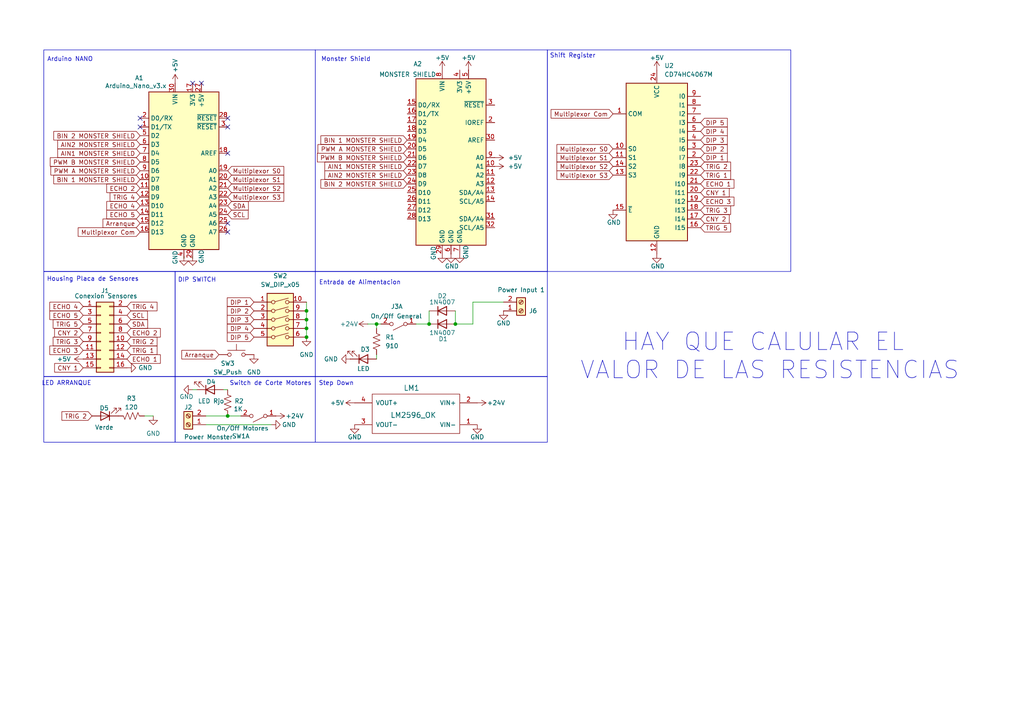
<source format=kicad_sch>
(kicad_sch (version 20231120) (generator "eeschema") (generator_version "8.0")
  (paper "A4")
  (lib_symbols
    (symbol "74xx:CD74HC4067M"
      (property "Reference" "U" (at -8.89 22.86 0))
      (property "Value" "CD74HC4067M" (at 1.27 22.86 0))
      (symbol "CD74HC4067M_0_1"
        (rectangle (start -8.89 21.59) (end 8.89 -24.13) (stroke (width 0.254)) (fill (type background)))
      )
      (symbol "CD74HC4067M_1_1"
        (pin passive line (at -12.7 12.7 0) (length 3.81) (name "COM") (number "1"))
        (pin input line (at -12.7 2.54 0) (length 3.81) (name "S0") (number "10"))
        (pin input line (at -12.7 0 0) (length 3.81) (name "S1") (number "11"))
        (pin power_in line (at 0 -27.94 90) (length 3.81) (name "GND") (number "12"))
        (pin input line (at -12.7 -5.08 0) (length 3.81) (name "S3") (number "13"))
        (pin input line (at -12.7 -2.54 0) (length 3.81) (name "S2") (number "14"))
        (pin input line (at -12.7 -15.24 0) (length 3.81) (name "~{E}") (number "15"))
        (pin passive line (at 12.7 -20.32 180) (length 3.81) (name "I15") (number "16"))
        (pin passive line (at 12.7 -17.78 180) (length 3.81) (name "I14") (number "17"))
        (pin passive line (at 12.7 -15.24 180) (length 3.81) (name "I13") (number "18"))
        (pin passive line (at 12.7 -12.7 180) (length 3.81) (name "I12") (number "19"))
        (pin passive line (at 12.7 0 180) (length 3.81) (name "I7") (number "2"))
        (pin passive line (at 12.7 -10.16 180) (length 3.81) (name "I11") (number "20"))
        (pin passive line (at 12.7 -7.62 180) (length 3.81) (name "I10") (number "21"))
        (pin passive line (at 12.7 -5.08 180) (length 3.81) (name "I9") (number "22"))
        (pin passive line (at 12.7 -2.54 180) (length 3.81) (name "I8") (number "23"))
        (pin power_in line (at 0 25.4 270) (length 3.81) (name "VCC") (number "24"))
        (pin passive line (at 12.7 2.54 180) (length 3.81) (name "I6") (number "3"))
        (pin passive line (at 12.7 5.08 180) (length 3.81) (name "I5") (number "4"))
        (pin passive line (at 12.7 7.62 180) (length 3.81) (name "I4") (number "5"))
        (pin passive line (at 12.7 10.16 180) (length 3.81) (name "I3") (number "6"))
        (pin passive line (at 12.7 12.7 180) (length 3.81) (name "I2") (number "7"))
        (pin passive line (at 12.7 15.24 180) (length 3.81) (name "I1") (number "8"))
        (pin passive line (at 12.7 17.78 180) (length 3.81) (name "I0") (number "9"))
      )
    )
    (symbol "Connector:Screw_Terminal_01x02" (pin_names (offset 1.016) hide)
      (property "Reference" "J" (at 0 2.54 0))
      (property "Value" "Screw_Terminal_01x02" (at 0 -5.08 0))
      (symbol "Screw_Terminal_01x02_1_1"
        (rectangle (start -1.27 1.27) (end 1.27 -3.81) (stroke (width 0.254)) (fill (type background)))
        (circle (center 0 -2.54) (radius 0.635) (stroke (width 0.1524)))
        (polyline (pts (xy -0.5334 -2.2098) (xy 0.3302 -3.048)) (stroke (width 0.1524)))
        (polyline (pts (xy -0.5334 0.3302) (xy 0.3302 -0.508)) (stroke (width 0.1524)))
        (polyline (pts (xy -0.3556 -2.032) (xy 0.508 -2.8702)) (stroke (width 0.1524)))
        (polyline (pts (xy -0.3556 0.508) (xy 0.508 -0.3302)) (stroke (width 0.1524)))
        (circle (center 0 0) (radius 0.635) (stroke (width 0.1524)))
        (pin passive line (at -5.08 0 0) (length 3.81) (name "Pin_1") (number "1"))
        (pin passive line (at -5.08 -2.54 0) (length 3.81) (name "Pin_2") (number "2"))
      )
    )
    (symbol "Connector_Generic:Conn_02x08_Odd_Even" (pin_names (offset 1.016) hide)
      (property "Reference" "J" (at 1.27 10.16 0))
      (property "Value" "Conn_02x08_Odd_Even" (at 1.27 -12.7 0))
      (symbol "Conn_02x08_Odd_Even_1_1"
        (rectangle (start -1.27 -10.033) (end 0 -10.287) (stroke (width 0.1524)))
        (rectangle (start -1.27 -7.493) (end 0 -7.747) (stroke (width 0.1524)))
        (rectangle (start -1.27 -4.953) (end 0 -5.207) (stroke (width 0.1524)))
        (rectangle (start -1.27 -2.413) (end 0 -2.667) (stroke (width 0.1524)))
        (rectangle (start -1.27 0.127) (end 0 -0.127) (stroke (width 0.1524)))
        (rectangle (start -1.27 2.667) (end 0 2.413) (stroke (width 0.1524)))
        (rectangle (start -1.27 5.207) (end 0 4.953) (stroke (width 0.1524)))
        (rectangle (start -1.27 7.747) (end 0 7.493) (stroke (width 0.1524)))
        (rectangle (start -1.27 8.89) (end 3.81 -11.43) (stroke (width 0.254)) (fill (type background)))
        (rectangle (start 3.81 -10.033) (end 2.54 -10.287) (stroke (width 0.1524)))
        (rectangle (start 3.81 -7.493) (end 2.54 -7.747) (stroke (width 0.1524)))
        (rectangle (start 3.81 -4.953) (end 2.54 -5.207) (stroke (width 0.1524)))
        (rectangle (start 3.81 -2.413) (end 2.54 -2.667) (stroke (width 0.1524)))
        (rectangle (start 3.81 0.127) (end 2.54 -0.127) (stroke (width 0.1524)))
        (rectangle (start 3.81 2.667) (end 2.54 2.413) (stroke (width 0.1524)))
        (rectangle (start 3.81 5.207) (end 2.54 4.953) (stroke (width 0.1524)))
        (rectangle (start 3.81 7.747) (end 2.54 7.493) (stroke (width 0.1524)))
        (pin passive line (at -5.08 7.62 0) (length 3.81) (name "Pin_1") (number "1"))
        (pin passive line (at 7.62 -2.54 180) (length 3.81) (name "Pin_10") (number "10"))
        (pin passive line (at -5.08 -5.08 0) (length 3.81) (name "Pin_11") (number "11"))
        (pin passive line (at 7.62 -5.08 180) (length 3.81) (name "Pin_12") (number "12"))
        (pin passive line (at -5.08 -7.62 0) (length 3.81) (name "Pin_13") (number "13"))
        (pin passive line (at 7.62 -7.62 180) (length 3.81) (name "Pin_14") (number "14"))
        (pin passive line (at -5.08 -10.16 0) (length 3.81) (name "Pin_15") (number "15"))
        (pin passive line (at 7.62 -10.16 180) (length 3.81) (name "Pin_16") (number "16"))
        (pin passive line (at 7.62 7.62 180) (length 3.81) (name "Pin_2") (number "2"))
        (pin passive line (at -5.08 5.08 0) (length 3.81) (name "Pin_3") (number "3"))
        (pin passive line (at 7.62 5.08 180) (length 3.81) (name "Pin_4") (number "4"))
        (pin passive line (at -5.08 2.54 0) (length 3.81) (name "Pin_5") (number "5"))
        (pin passive line (at 7.62 2.54 180) (length 3.81) (name "Pin_6") (number "6"))
        (pin passive line (at -5.08 0 0) (length 3.81) (name "Pin_7") (number "7"))
        (pin passive line (at 7.62 0 180) (length 3.81) (name "Pin_8") (number "8"))
        (pin passive line (at -5.08 -2.54 0) (length 3.81) (name "Pin_9") (number "9"))
      )
    )
    (symbol "Device:LED" (pin_numbers hide) (pin_names (offset 1.016) hide)
      (property "Reference" "D" (at 0 2.54 0))
      (property "Value" "LED" (at 0 -2.54 0))
      (symbol "LED_0_1"
        (polyline (pts (xy -1.27 -1.27) (xy -1.27 1.27)) (stroke (width 0.254)))
        (polyline (pts (xy -1.27 0) (xy 1.27 0)))
        (polyline (pts (xy 1.27 -1.27) (xy 1.27 1.27) (xy -1.27 0) (xy 1.27 -1.27)) (stroke (width 0.254)))
        (polyline (pts (xy -3.048 -0.762) (xy -4.572 -2.286) (xy -3.81 -2.286) (xy -4.572 -2.286) (xy -4.572 -1.524)))
        (polyline (pts (xy -1.778 -0.762) (xy -3.302 -2.286) (xy -2.54 -2.286) (xy -3.302 -2.286) (xy -3.302 -1.524)))
      )
      (symbol "LED_1_1"
        (pin passive line (at -3.81 0 0) (length 2.54) (name "K") (number "1"))
        (pin passive line (at 3.81 0 180) (length 2.54) (name "A") (number "2"))
      )
    )
    (symbol "Device:R_US" (pin_numbers hide) (pin_names (offset 0))
      (property "Reference" "R" (at 2.54 0 90))
      (property "Value" "R_US" (at -2.54 0 90))
      (symbol "R_US_0_1"
        (polyline (pts (xy 0 -2.286) (xy 0 -2.54)))
        (polyline (pts (xy 0 2.286) (xy 0 2.54)))
        (polyline (pts (xy 0 -0.762) (xy 1.016 -1.143) (xy 0 -1.524) (xy -1.016 -1.905) (xy 0 -2.286)))
        (polyline (pts (xy 0 0.762) (xy 1.016 0.381) (xy 0 0) (xy -1.016 -0.381) (xy 0 -0.762)))
        (polyline (pts (xy 0 2.286) (xy 1.016 1.905) (xy 0 1.524) (xy -1.016 1.143) (xy 0 0.762)))
      )
      (symbol "R_US_1_1"
        (pin passive line (at 0 3.81 270) (length 1.27) (name "~") (number "1"))
        (pin passive line (at 0 -3.81 90) (length 1.27) (name "~") (number "2"))
      )
    )
    (symbol "Diode:1N4007" (pin_numbers hide) (pin_names hide)
      (property "Reference" "D" (at 0 2.54 0))
      (property "Value" "1N4007" (at 0 -2.54 0))
      (symbol "1N4007_0_1"
        (polyline (pts (xy -1.27 1.27) (xy -1.27 -1.27)) (stroke (width 0.254)))
        (polyline (pts (xy 1.27 0) (xy -1.27 0)))
        (polyline (pts (xy 1.27 1.27) (xy 1.27 -1.27) (xy -1.27 0) (xy 1.27 1.27)) (stroke (width 0.254)))
      )
      (symbol "1N4007_1_1"
        (pin passive line (at -3.81 0 0) (length 2.54) (name "K") (number "1"))
        (pin passive line (at 3.81 0 180) (length 2.54) (name "A") (number "2"))
      )
    )
    (symbol "LM2596:LM2596_OK" (pin_names (offset 1.016))
      (property "Reference" "LM1" (at 7.366 -1.524 90))
      (property "Value" "LM2596_OK" (at 4.572 -1.27 90))
      (symbol "LM2596_OK_0_1"
        (rectangle (start -8.89 11.43) (end 2.54 -13.97))
      )
      (symbol "LM2596_OK_1_1"
        (pin input line (at 0 -19.05 90) (length 5.08) (name "VIN-") (number "1"))
        (pin input line (at -6.35 -19.05 90) (length 5.08) (name "VIN+") (number "2"))
        (pin input line (at 0 16.51 270) (length 5.08) (name "VOUT-") (number "3"))
        (pin input line (at -6.35 16.51 270) (length 5.08) (name "VOUT+") (number "4"))
      )
    )
    (symbol "MCU_Module:Arduino_Nano_v3.x"
      (property "Reference" "A" (at -10.16 23.495 0))
      (property "Value" "Arduino_Nano_v3.x" (at 5.08 -24.13 0))
      (symbol "Arduino_Nano_v3.x_0_1"
        (rectangle (start -10.16 22.86) (end 10.16 -22.86) (stroke (width 0.254)) (fill (type background)))
      )
      (symbol "Arduino_Nano_v3.x_1_1"
        (pin bidirectional line (at -12.7 12.7 0) (length 2.54) (name "D1/TX") (number "1"))
        (pin bidirectional line (at -12.7 -2.54 0) (length 2.54) (name "D7") (number "10"))
        (pin bidirectional line (at -12.7 -5.08 0) (length 2.54) (name "D8") (number "11"))
        (pin bidirectional line (at -12.7 -7.62 0) (length 2.54) (name "D9") (number "12"))
        (pin bidirectional line (at -12.7 -10.16 0) (length 2.54) (name "D10") (number "13"))
        (pin bidirectional line (at -12.7 -12.7 0) (length 2.54) (name "D11") (number "14"))
        (pin bidirectional line (at -12.7 -15.24 0) (length 2.54) (name "D12") (number "15"))
        (pin bidirectional line (at -12.7 -17.78 0) (length 2.54) (name "D13") (number "16"))
        (pin power_out line (at 2.54 25.4 270) (length 2.54) (name "3V3") (number "17"))
        (pin input line (at 12.7 5.08 180) (length 2.54) (name "AREF") (number "18"))
        (pin bidirectional line (at 12.7 0 180) (length 2.54) (name "A0") (number "19"))
        (pin bidirectional line (at -12.7 15.24 0) (length 2.54) (name "D0/RX") (number "2"))
        (pin bidirectional line (at 12.7 -2.54 180) (length 2.54) (name "A1") (number "20"))
        (pin bidirectional line (at 12.7 -5.08 180) (length 2.54) (name "A2") (number "21"))
        (pin bidirectional line (at 12.7 -7.62 180) (length 2.54) (name "A3") (number "22"))
        (pin bidirectional line (at 12.7 -10.16 180) (length 2.54) (name "A4") (number "23"))
        (pin bidirectional line (at 12.7 -12.7 180) (length 2.54) (name "A5") (number "24"))
        (pin bidirectional line (at 12.7 -15.24 180) (length 2.54) (name "A6") (number "25"))
        (pin bidirectional line (at 12.7 -17.78 180) (length 2.54) (name "A7") (number "26"))
        (pin power_out line (at 5.08 25.4 270) (length 2.54) (name "+5V") (number "27"))
        (pin input line (at 12.7 15.24 180) (length 2.54) (name "~{RESET}") (number "28"))
        (pin power_in line (at 2.54 -25.4 90) (length 2.54) (name "GND") (number "29"))
        (pin input line (at 12.7 12.7 180) (length 2.54) (name "~{RESET}") (number "3"))
        (pin power_in line (at -2.54 25.4 270) (length 2.54) (name "VIN") (number "30"))
        (pin power_in line (at 0 -25.4 90) (length 2.54) (name "GND") (number "4"))
        (pin bidirectional line (at -12.7 10.16 0) (length 2.54) (name "D2") (number "5"))
        (pin bidirectional line (at -12.7 7.62 0) (length 2.54) (name "D3") (number "6"))
        (pin bidirectional line (at -12.7 5.08 0) (length 2.54) (name "D4") (number "7"))
        (pin bidirectional line (at -12.7 2.54 0) (length 2.54) (name "D5") (number "8"))
        (pin bidirectional line (at -12.7 0 0) (length 2.54) (name "D6") (number "9"))
      )
    )
    (symbol "MCU_Module:Arduino_UNO_R3"
      (property "Reference" "A" (at -10.16 23.495 0))
      (property "Value" "Arduino_UNO_R3" (at 5.08 -26.67 0))
      (symbol "Arduino_UNO_R3_0_1"
        (rectangle (start -10.16 22.86) (end 10.16 -25.4) (stroke (width 0.254)) (fill (type background)))
      )
      (symbol "Arduino_UNO_R3_1_1"
        (pin no_connect line (at -10.16 -20.32 0) (length 2.54) hide (name "NC") (number "1"))
        (pin bidirectional line (at 12.7 -2.54 180) (length 2.54) (name "A1") (number "10"))
        (pin bidirectional line (at 12.7 -5.08 180) (length 2.54) (name "A2") (number "11"))
        (pin bidirectional line (at 12.7 -7.62 180) (length 2.54) (name "A3") (number "12"))
        (pin bidirectional line (at 12.7 -10.16 180) (length 2.54) (name "SDA/A4") (number "13"))
        (pin bidirectional line (at 12.7 -12.7 180) (length 2.54) (name "SCL/A5") (number "14"))
        (pin bidirectional line (at -12.7 15.24 0) (length 2.54) (name "D0/RX") (number "15"))
        (pin bidirectional line (at -12.7 12.7 0) (length 2.54) (name "D1/TX") (number "16"))
        (pin bidirectional line (at -12.7 10.16 0) (length 2.54) (name "D2") (number "17"))
        (pin bidirectional line (at -12.7 7.62 0) (length 2.54) (name "D3") (number "18"))
        (pin bidirectional line (at -12.7 5.08 0) (length 2.54) (name "D4") (number "19"))
        (pin output line (at 12.7 10.16 180) (length 2.54) (name "IOREF") (number "2"))
        (pin bidirectional line (at -12.7 2.54 0) (length 2.54) (name "D5") (number "20"))
        (pin bidirectional line (at -12.7 0 0) (length 2.54) (name "D6") (number "21"))
        (pin bidirectional line (at -12.7 -2.54 0) (length 2.54) (name "D7") (number "22"))
        (pin bidirectional line (at -12.7 -5.08 0) (length 2.54) (name "D8") (number "23"))
        (pin bidirectional line (at -12.7 -7.62 0) (length 2.54) (name "D9") (number "24"))
        (pin bidirectional line (at -12.7 -10.16 0) (length 2.54) (name "D10") (number "25"))
        (pin bidirectional line (at -12.7 -12.7 0) (length 2.54) (name "D11") (number "26"))
        (pin bidirectional line (at -12.7 -15.24 0) (length 2.54) (name "D12") (number "27"))
        (pin bidirectional line (at -12.7 -17.78 0) (length 2.54) (name "D13") (number "28"))
        (pin power_in line (at -2.54 -27.94 90) (length 2.54) (name "GND") (number "29"))
        (pin input line (at 12.7 15.24 180) (length 2.54) (name "~{RESET}") (number "3"))
        (pin input line (at 12.7 5.08 180) (length 2.54) (name "AREF") (number "30"))
        (pin bidirectional line (at 12.7 -17.78 180) (length 2.54) (name "SDA/A4") (number "31"))
        (pin bidirectional line (at 12.7 -20.32 180) (length 2.54) (name "SCL/A5") (number "32"))
        (pin power_out line (at 2.54 25.4 270) (length 2.54) (name "3V3") (number "4"))
        (pin power_out line (at 5.08 25.4 270) (length 2.54) (name "+5V") (number "5"))
        (pin power_in line (at 0 -27.94 90) (length 2.54) (name "GND") (number "6"))
        (pin power_in line (at 2.54 -27.94 90) (length 2.54) (name "GND") (number "7"))
        (pin power_in line (at -2.54 25.4 270) (length 2.54) (name "VIN") (number "8"))
        (pin bidirectional line (at 12.7 0 180) (length 2.54) (name "A0") (number "9"))
      )
    )
    (symbol "Switch:SW_DIP_x05" (pin_names (offset 0) hide)
      (property "Reference" "SW" (at 0 8.89 0))
      (property "Value" "SW_DIP_x05" (at 0 -8.89 0))
      (symbol "SW_DIP_x05_0_0"
        (circle (center -2.032 -5.08) (radius 0.508))
        (circle (center -2.032 -2.54) (radius 0.508))
        (circle (center -2.032 0) (radius 0.508))
        (circle (center -2.032 2.54) (radius 0.508))
        (circle (center -2.032 5.08) (radius 0.508))
        (polyline (pts (xy -1.524 -4.9276) (xy 2.3622 -3.8862)))
        (polyline (pts (xy -1.524 -2.3876) (xy 2.3622 -1.3462)))
        (polyline (pts (xy -1.524 0.127) (xy 2.3622 1.1684)))
        (polyline (pts (xy -1.524 2.667) (xy 2.3622 3.7084)))
        (polyline (pts (xy -1.524 5.207) (xy 2.3622 6.2484)))
        (circle (center 2.032 -5.08) (radius 0.508))
        (circle (center 2.032 -2.54) (radius 0.508))
        (circle (center 2.032 0) (radius 0.508))
        (circle (center 2.032 2.54) (radius 0.508))
        (circle (center 2.032 5.08) (radius 0.508))
      )
      (symbol "SW_DIP_x05_0_1"
        (rectangle (start -3.81 7.62) (end 3.81 -7.62) (stroke (width 0.254)) (fill (type background)))
      )
      (symbol "SW_DIP_x05_1_1"
        (pin passive line (at -7.62 5.08 0) (length 5.08) (name "~") (number "1"))
        (pin passive line (at 7.62 5.08 180) (length 5.08) (name "~") (number "10"))
        (pin passive line (at -7.62 2.54 0) (length 5.08) (name "~") (number "2"))
        (pin passive line (at -7.62 0 0) (length 5.08) (name "~") (number "3"))
        (pin passive line (at -7.62 -2.54 0) (length 5.08) (name "~") (number "4"))
        (pin passive line (at -7.62 -5.08 0) (length 5.08) (name "~") (number "5"))
        (pin passive line (at 7.62 -5.08 180) (length 5.08) (name "~") (number "6"))
        (pin passive line (at 7.62 -2.54 180) (length 5.08) (name "~") (number "7"))
        (pin passive line (at 7.62 0 180) (length 5.08) (name "~") (number "8"))
        (pin passive line (at 7.62 2.54 180) (length 5.08) (name "~") (number "9"))
      )
    )
    (symbol "Switch:SW_DPST_x2" (pin_names (offset 0) hide)
      (property "Reference" "SW" (at 0 3.175 0))
      (property "Value" "SW_DPST_x2" (at 0 -2.54 0))
      (symbol "SW_DPST_x2_0_0"
        (circle (center -2.032 0) (radius 0.508))
        (polyline (pts (xy -1.524 0.254) (xy 1.524 1.778)))
        (circle (center 2.032 0) (radius 0.508))
      )
      (symbol "SW_DPST_x2_1_1"
        (pin passive line (at -5.08 0 0) (length 2.54) (name "A") (number "1"))
        (pin passive line (at 5.08 0 180) (length 2.54) (name "B") (number "2"))
      )
      (symbol "SW_DPST_x2_2_1"
        (pin passive line (at -5.08 0 0) (length 2.54) (name "A") (number "3"))
        (pin passive line (at 5.08 0 180) (length 2.54) (name "B") (number "4"))
      )
    )
    (symbol "Switch:SW_Push" (pin_numbers hide) (pin_names (offset 1.016) hide)
      (property "Reference" "SW" (at 1.27 2.54 0))
      (property "Value" "SW_Push" (at 0 -1.524 0))
      (symbol "SW_Push_0_1"
        (circle (center -2.032 0) (radius 0.508))
        (polyline (pts (xy 0 1.27) (xy 0 3.048)))
        (polyline (pts (xy 2.54 1.27) (xy -2.54 1.27)))
        (circle (center 2.032 0) (radius 0.508))
        (pin passive line (at -5.08 0 0) (length 2.54) (name "1") (number "1"))
        (pin passive line (at 5.08 0 180) (length 2.54) (name "2") (number "2"))
      )
    )
    (symbol "power:+24V" (power) (pin_numbers hide) (pin_names (offset 0) hide)
      (property "Value" "+24V" (at 0 3.556 0))
      (symbol "+24V_0_1"
        (polyline (pts (xy -0.762 1.27) (xy 0 2.54)))
        (polyline (pts (xy 0 0) (xy 0 2.54)))
        (polyline (pts (xy 0 2.54) (xy 0.762 1.27)))
      )
      (symbol "+24V_1_1"
        (pin power_in line (at 0 0 90) (length 0) (name "~") (number "1"))
      )
    )
    (symbol "power:+5V" (power) (pin_numbers hide) (pin_names (offset 0) hide)
      (property "Value" "+5V" (at 0 3.556 0))
      (symbol "+5V_0_1"
        (polyline (pts (xy -0.762 1.27) (xy 0 2.54)))
        (polyline (pts (xy 0 0) (xy 0 2.54)))
        (polyline (pts (xy 0 2.54) (xy 0.762 1.27)))
      )
      (symbol "+5V_1_1"
        (pin power_in line (at 0 0 90) (length 0) (name "~") (number "1"))
      )
    )
    (symbol "power:GND" (power) (pin_numbers hide) (pin_names (offset 0) hide)
      (property "Value" "GND" (at 0 -3.81 0))
      (symbol "GND_0_1"
        (polyline (pts (xy 0 0) (xy 0 -1.27) (xy 1.27 -1.27) (xy 0 -2.54) (xy -1.27 -1.27) (xy 0 -1.27)))
      )
      (symbol "GND_1_1"
        (pin power_in line (at 0 0 270) (length 0) (name "~") (number "1"))
      )
    )
  )
  (junction (at 88.9 92.71))
  (junction (at 124.46 93.98))
  (junction (at 88.9 90.17))
  (junction (at 109.22 93.98))
  (junction (at 132.08 93.98))
  (junction (at 66.04 120.65))
  (junction (at 88.9 95.25))
  (junction (at 88.9 97.79))
  (no_connect (at 66.04 36.83))
  (no_connect (at 40.64 34.29))
  (no_connect (at 66.04 64.77))
  (no_connect (at 55.88 24.13))
  (no_connect (at 66.04 67.31))
  (no_connect (at 66.04 44.45))
  (no_connect (at 40.64 36.83))
  (no_connect (at 58.42 24.13))
  (no_connect (at 66.04 34.29))
  (wire (pts (xy 88.9 95.25) (xy 88.9 97.79)))
  (wire (pts (xy 41.91 120.65) (xy 44.45 120.65)))
  (wire (pts (xy 146.05 87.63) (xy 137.16 87.63)))
  (wire (pts (xy 53.34 74.93) (xy 53.34 74.422)))
  (wire (pts (xy 106.68 93.98) (xy 109.22 93.98)))
  (wire (pts (xy 59.69 120.65) (xy 66.04 120.65)))
  (wire (pts (xy 109.22 93.98) (xy 110.49 93.98)))
  (wire (pts (xy 132.08 93.98) (xy 137.16 93.98)))
  (wire (pts (xy 88.9 92.71) (xy 88.9 95.25)))
  (wire (pts (xy 109.22 95.25) (xy 109.22 93.98)))
  (wire (pts (xy 124.46 90.17) (xy 124.46 93.98)))
  (wire (pts (xy 88.9 87.63) (xy 88.9 90.17)))
  (wire (pts (xy 109.22 102.87) (xy 109.22 104.14)))
  (wire (pts (xy 132.08 90.17) (xy 132.08 93.98)))
  (wire (pts (xy 78.74 123.19) (xy 59.69 123.19)))
  (wire (pts (xy 55.88 74.93) (xy 55.88 74.422)))
  (wire (pts (xy 66.04 120.65) (xy 69.85 120.65)))
  (wire (pts (xy 57.15 113.03) (xy 55.88 113.03)))
  (wire (pts (xy 66.04 113.03) (xy 64.77 113.03)))
  (wire (pts (xy 120.65 93.98) (xy 124.46 93.98)))
  (wire (pts (xy 88.9 90.17) (xy 88.9 92.71)))
  (wire (pts (xy 137.16 87.63) (xy 137.16 93.98)))
  (rectangle (start 50.8 78.74) (end 91.44 109.22))
  (rectangle (start 12.7 14.478) (end 91.44 78.74))
  (rectangle (start 91.44 109.22) (end 158.75 128.27))
  (rectangle (start 91.44 78.74) (end 158.75 109.22))
  (rectangle (start 12.7 109.22) (end 50.8 128.27))
  (rectangle (start 158.75 14.478) (end 229.362 78.74))
  (rectangle (start 50.8 109.22) (end 91.44 128.27))
  (rectangle (start 91.44 14.478) (end 158.75 78.74))
  (rectangle (start 12.7 78.74) (end 50.8 109.22))
  (text "Switch de Corte Motores" (at 78.486 111.252 0) (effects (font (size 1.27 1.27))))
  (text "Entrada de Alimentacion" (at 104.394 82.042 0) (effects (font (size 1.27 1.27))))
  (text "Shift Register" (at 166.116 16.256 0) (effects (font (size 1.27 1.27))))
  (text "LED ARRANQUE" (at 19.304 111.252 0) (effects (font (size 1.27 1.27))))
  (text "Step Down\n" (at 97.536 111.252 0) (effects (font (size 1.27 1.27))))
  (text "Housing Placa de Sensores" (at 26.924 81.026 0) (effects (font (size 1.27 1.27))))
  (text "HAY QUE CALULAR EL \nVALOR DE LAS RESISTENCIAS" (at 223.266 103.378 0) (effects (font (size 5.08 5.08))))
  (text "Monster Shield\n" (at 100.33 17.272 0) (effects (font (size 1.27 1.27))))
  (text "Arduino NANO\n" (at 20.32 17.272 0) (effects (font (size 1.27 1.27))))
  (text "DIP SWITCH" (at 57.15 81.28 0) (effects (font (size 1.27 1.27))))
  (global_label "ECHO 2" (shape input) (at 36.83 96.52 0) (property "Intersheetrefs" "${INTERSHEET_REFS}" (effects (hide yes))))
  (global_label "TRIG 3" (shape input) (at 203.2 60.96 0) (property "Intersheetrefs" "${INTERSHEET_REFS}" (effects (hide yes))))
  (global_label "CNY 1" (shape input) (at 24.13 106.68 180) (property "Intersheetrefs" "${INTERSHEET_REFS}" (effects (hide yes))))
  (global_label "Multiplexor S2" (shape input) (at 177.8 48.26 180) (property "Intersheetrefs" "${INTERSHEET_REFS}" (effects (hide yes))))
  (global_label "ECHO 2" (shape input) (at 40.64 54.61 180) (property "Intersheetrefs" "${INTERSHEET_REFS}" (effects (hide yes))))
  (global_label "Multiplexor Com" (shape input) (at 177.8 33.02 180) (property "Intersheetrefs" "${INTERSHEET_REFS}" (effects (hide yes))))
  (global_label "TRIG 1" (shape input) (at 36.83 101.6 0) (property "Intersheetrefs" "${INTERSHEET_REFS}" (effects (hide yes))))
  (global_label "SDA" (shape input) (at 36.83 93.98 0) (property "Intersheetrefs" "${INTERSHEET_REFS}" (effects (hide yes))))
  (global_label "SCL" (shape input) (at 36.83 91.44 0) (property "Intersheetrefs" "${INTERSHEET_REFS}" (effects (hide yes))))
  (global_label "ECHO 4" (shape input) (at 24.13 88.9 180) (property "Intersheetrefs" "${INTERSHEET_REFS}" (effects (hide yes))))
  (global_label "BIN 1 MONSTER SHIELD" (shape input) (at 118.11 40.64 180) (property "Intersheetrefs" "${INTERSHEET_REFS}" (effects (hide yes))))
  (global_label "BIN 2 MONSTER SHIELD" (shape input) (at 40.64 39.37 180) (property "Intersheetrefs" "${INTERSHEET_REFS}" (effects (hide yes))))
  (global_label "TRIG 5" (shape input) (at 203.2 66.04 0) (property "Intersheetrefs" "${INTERSHEET_REFS}" (effects (hide yes))))
  (global_label "DIP 1" (shape input) (at 203.2 45.72 0) (property "Intersheetrefs" "${INTERSHEET_REFS}" (effects (hide yes))))
  (global_label "ECHO 4" (shape input) (at 40.64 59.69 180) (property "Intersheetrefs" "${INTERSHEET_REFS}" (effects (hide yes))))
  (global_label "Arranque" (shape input) (at 40.64 64.77 180) (property "Intersheetrefs" "${INTERSHEET_REFS}" (effects (hide yes))))
  (global_label "DIP 2" (shape input) (at 73.66 90.17 180) (property "Intersheetrefs" "${INTERSHEET_REFS}" (effects (hide yes))))
  (global_label "Multiplexor S3" (shape input) (at 177.8 50.8 180) (property "Intersheetrefs" "${INTERSHEET_REFS}" (effects (hide yes))))
  (global_label "TRIG 2" (shape input) (at 203.2 48.26 0) (property "Intersheetrefs" "${INTERSHEET_REFS}" (effects (hide yes))))
  (global_label "Multiplexor S0" (shape input) (at 177.8 43.18 180) (property "Intersheetrefs" "${INTERSHEET_REFS}" (effects (hide yes))))
  (global_label "PWM B MONSTER SHIELD" (shape input) (at 40.64 46.99 180) (property "Intersheetrefs" "${INTERSHEET_REFS}" (effects (hide yes))))
  (global_label "TRIG 3" (shape input) (at 24.13 99.06 180) (property "Intersheetrefs" "${INTERSHEET_REFS}" (effects (hide yes))))
  (global_label "PWM A MONSTER SHIELD" (shape input) (at 118.11 43.18 180) (property "Intersheetrefs" "${INTERSHEET_REFS}" (effects (hide yes))))
  (global_label "DIP 5" (shape input) (at 73.66 97.79 180) (property "Intersheetrefs" "${INTERSHEET_REFS}" (effects (hide yes))))
  (global_label "ECHO 3" (shape input) (at 24.13 101.6 180) (property "Intersheetrefs" "${INTERSHEET_REFS}" (effects (hide yes))))
  (global_label "TRIG 1" (shape input) (at 203.2 50.8 0) (property "Intersheetrefs" "${INTERSHEET_REFS}" (effects (hide yes))))
  (global_label "SCL" (shape input) (at 66.04 62.23 0) (property "Intersheetrefs" "${INTERSHEET_REFS}" (effects (hide yes))))
  (global_label "TRIG 4" (shape input) (at 40.64 57.15 180) (property "Intersheetrefs" "${INTERSHEET_REFS}" (effects (hide yes))))
  (global_label "DIP 1" (shape input) (at 73.66 87.63 180) (property "Intersheetrefs" "${INTERSHEET_REFS}" (effects (hide yes))))
  (global_label "DIP 2" (shape input) (at 203.2 43.18 0) (property "Intersheetrefs" "${INTERSHEET_REFS}" (effects (hide yes))))
  (global_label "CNY 2" (shape input) (at 24.13 96.52 180) (property "Intersheetrefs" "${INTERSHEET_REFS}" (effects (hide yes))))
  (global_label "DIP 4" (shape input) (at 203.2 38.1 0) (property "Intersheetrefs" "${INTERSHEET_REFS}" (effects (hide yes))))
  (global_label "ECHO 1" (shape input) (at 203.2 53.34 0) (property "Intersheetrefs" "${INTERSHEET_REFS}" (effects (hide yes))))
  (global_label "TRIG 2" (shape input) (at 36.83 99.06 0) (property "Intersheetrefs" "${INTERSHEET_REFS}" (effects (hide yes))))
  (global_label "DIP 5" (shape input) (at 203.2 35.56 0) (property "Intersheetrefs" "${INTERSHEET_REFS}" (effects (hide yes))))
  (global_label "ECHO 5" (shape input) (at 24.13 91.44 180) (property "Intersheetrefs" "${INTERSHEET_REFS}" (effects (hide yes))))
  (global_label "PWM B MONSTER SHIELD" (shape input) (at 118.11 45.72 180) (property "Intersheetrefs" "${INTERSHEET_REFS}" (effects (hide yes))))
  (global_label "Multiplexor S1" (shape input) (at 177.8 45.72 180) (property "Intersheetrefs" "${INTERSHEET_REFS}" (effects (hide yes))))
  (global_label "DIP 3" (shape input) (at 203.2 40.64 0) (property "Intersheetrefs" "${INTERSHEET_REFS}" (effects (hide yes))))
  (global_label "TRIG 5" (shape input) (at 24.13 93.98 180) (property "Intersheetrefs" "${INTERSHEET_REFS}" (effects (hide yes))))
  (global_label "AIN1 MONSTER SHIELD" (shape input) (at 40.64 44.45 180) (property "Intersheetrefs" "${INTERSHEET_REFS}" (effects (hide yes))))
  (global_label "AIN1 MONSTER SHIELD" (shape input) (at 118.11 48.26 180) (property "Intersheetrefs" "${INTERSHEET_REFS}" (effects (hide yes))))
  (global_label "Multiplexor S2" (shape input) (at 66.04 54.61 0) (property "Intersheetrefs" "${INTERSHEET_REFS}" (effects (hide yes))))
  (global_label "CNY 1" (shape input) (at 203.2 55.88 0) (property "Intersheetrefs" "${INTERSHEET_REFS}" (effects (hide yes))))
  (global_label "SDA" (shape input) (at 66.04 59.69 0) (property "Intersheetrefs" "${INTERSHEET_REFS}" (effects (hide yes))))
  (global_label "Arranque" (shape input) (at 63.5 102.87 180) (property "Intersheetrefs" "${INTERSHEET_REFS}" (effects (hide yes))))
  (global_label "ECHO 3" (shape input) (at 203.2 58.42 0) (property "Intersheetrefs" "${INTERSHEET_REFS}" (effects (hide yes))))
  (global_label "TRIG 2" (shape input) (at 26.67 120.65 180) (property "Intersheetrefs" "${INTERSHEET_REFS}" (effects (hide yes))))
  (global_label "Multiplexor Com" (shape input) (at 40.64 67.31 180) (property "Intersheetrefs" "${INTERSHEET_REFS}" (effects (hide yes))))
  (global_label "CNY 2" (shape input) (at 203.2 63.5 0) (property "Intersheetrefs" "${INTERSHEET_REFS}" (effects (hide yes))))
  (global_label "BIN 1 MONSTER SHIELD" (shape input) (at 40.64 52.07 180) (property "Intersheetrefs" "${INTERSHEET_REFS}" (effects (hide yes))))
  (global_label "DIP 4" (shape input) (at 73.66 95.25 180) (property "Intersheetrefs" "${INTERSHEET_REFS}" (effects (hide yes))))
  (global_label "PWM A MONSTER SHIELD" (shape input) (at 40.64 49.53 180) (property "Intersheetrefs" "${INTERSHEET_REFS}" (effects (hide yes))))
  (global_label "AIN2 MONSTER SHIELD" (shape input) (at 118.11 50.8 180) (property "Intersheetrefs" "${INTERSHEET_REFS}" (effects (hide yes))))
  (global_label "ECHO 5" (shape input) (at 40.64 62.23 180) (property "Intersheetrefs" "${INTERSHEET_REFS}" (effects (hide yes))))
  (global_label "Multiplexor S1" (shape input) (at 66.04 52.07 0) (property "Intersheetrefs" "${INTERSHEET_REFS}" (effects (hide yes))))
  (global_label "BIN 2 MONSTER SHIELD" (shape input) (at 118.11 53.34 180) (property "Intersheetrefs" "${INTERSHEET_REFS}" (effects (hide yes))))
  (global_label "DIP 3" (shape input) (at 73.66 92.71 180) (property "Intersheetrefs" "${INTERSHEET_REFS}" (effects (hide yes))))
  (global_label "Multiplexor S0" (shape input) (at 66.04 49.53 0) (property "Intersheetrefs" "${INTERSHEET_REFS}" (effects (hide yes))))
  (global_label "TRIG 4" (shape input) (at 36.83 88.9 0) (property "Intersheetrefs" "${INTERSHEET_REFS}" (effects (hide yes))))
  (global_label "Multiplexor S3" (shape input) (at 66.04 57.15 0) (property "Intersheetrefs" "${INTERSHEET_REFS}" (effects (hide yes))))
  (global_label "ECHO 1" (shape input) (at 36.83 104.14 0) (property "Intersheetrefs" "${INTERSHEET_REFS}" (effects (hide yes))))
  (global_label "AIN2 MONSTER SHIELD" (shape input) (at 40.64 41.91 180) (property "Intersheetrefs" "${INTERSHEET_REFS}" (effects (hide yes))))
  (symbol (lib_id "power:+24V") (at 80.01 120.65 270) (unit 1)
    (property "Reference" "#PWR027" (effects (hide yes)))
    (property "Value" "+24V" (at 82.804 120.65 90) (effects (justify left)))
    (property "Description" "Power symbol creates a global label with name \"+24V\"" (effects (hide yes)))
  )
  (symbol (lib_id "Diode:1N4007") (at 128.27 93.98 0) (unit 1)
    (property "Reference" "D1" (at 128.524 98.298 0))
    (property "Value" "1N4007" (at 128.27 96.52 0))
    (property "Footprint" "Diode_THT:D_DO-41_SOD81_P10.16mm_Horizontal" (effects (hide yes)))
    (property "Datasheet" "http://www.vishay.com/docs/88503/1n4001.pdf" (effects (hide yes)))
    (property "Description" "1000V 1A General Purpose Rectifier Diode, DO-41" (effects (hide yes)))
    (property "Sim.Device" "D" (effects (hide yes)))
    (property "Sim.Pins" "1=K 2=A" (effects (hide yes)))
  )
  (symbol (lib_id "power:+5V") (at 143.51 45.72 270) (unit 1)
    (property "Reference" "#PWR019" (effects (hide yes)))
    (property "Value" "+5V" (at 147.32 45.7199 90) (effects (justify left)))
    (property "Description" "Power symbol creates a global label with name \"+5V\"" (effects (hide yes)))
  )
  (symbol (lib_id "Switch:SW_DPST_x2") (at 115.57 93.98 180) (unit 1)
    (property "Reference" "J3" (at 116.84 88.9 0) (effects (justify left)))
    (property "Value" "On/Off General" (at 122.428 91.694 0) (effects (justify left)))
    (property "Footprint" "TerminalBlock:TerminalBlock_bornier-2_P5.08mm" (effects (hide yes)))
    (property "Description" "Single Pole Single Throw (SPST) switch, separate symbol" (effects (hide yes)))
  )
  (symbol (lib_id "power:GND") (at 55.88 113.03 270) (unit 1)
    (property "Reference" "#PWR017" (effects (hide yes)))
    (property "Value" "GND" (at 56.134 115.062 90) (effects (justify right)))
    (property "Description" "Power symbol creates a global label with name \"GND\" , ground" (effects (hide yes)))
  )
  (symbol (lib_id "power:GND") (at 128.27 73.66 0) (unit 1)
    (property "Reference" "#PWR07" (effects (hide yes)))
    (property "Value" "GND" (at 125.73 73.406 90))
    (property "Description" "Power symbol creates a global label with name \"GND\" , ground" (effects (hide yes)))
  )
  (symbol (lib_id "power:+5V") (at 24.13 104.14 90) (unit 1)
    (property "Reference" "#PWR010" (effects (hide yes)))
    (property "Value" "+5V" (at 20.574 104.1399 90) (effects (justify left)))
    (property "Description" "Power symbol creates a global label with name \"+5V\"" (effects (hide yes)))
  )
  (symbol (lib_id "power:GND") (at 44.45 120.65 0) (unit 1)
    (property "Reference" "#PWR013" (effects (hide yes)))
    (property "Value" "GND" (at 44.45 125.73 0))
    (property "Description" "Power symbol creates a global label with name \"GND\" , ground" (effects (hide yes)))
  )
  (symbol (lib_id "Device:LED") (at 60.96 113.03 0) (mirror x) (unit 1)
    (property "Reference" "D4" (at 61.214 110.744 0))
    (property "Value" "LED Rjo" (at 61.214 116.332 0))
    (property "Footprint" "LED_THT:LED_D5.0mm_Horizontal_O1.27mm_Z3.0mm" (effects (hide yes)))
    (property "Description" "Light emitting diode" (effects (hide yes)))
  )
  (symbol (lib_id "power:+24V") (at 138.43 116.84 270) (unit 1)
    (property "Reference" "#PWR028" (effects (hide yes)))
    (property "Value" "+24V" (at 141.224 116.84 90) (effects (justify left)))
    (property "Description" "Power symbol creates a global label with name \"+24V\"" (effects (hide yes)))
  )
  (symbol (lib_id "power:GND") (at 73.66 102.87 0) (unit 1)
    (property "Reference" "#PWR021" (effects (hide yes)))
    (property "Value" "GND" (at 73.66 107.95 0))
    (property "Description" "Power symbol creates a global label with name \"GND\" , ground" (effects (hide yes)))
  )
  (symbol (lib_id "LM2596:LM2596_OK") (at 119.38 123.19 90) (mirror x) (unit 1)
    (property "Reference" "LM1" (at 119.38 112.522 90) (effects (font (size 1.524 1.524))))
    (property "Value" "LM2596_OK" (at 119.888 120.396 90) (effects (font (size 1.524 1.524))))
    (property "Footprint" "StepDown:StepDown" (effects (hide yes)))
  )
  (symbol (lib_id "power:+5V") (at 102.87 116.84 90) (unit 1)
    (property "Reference" "#PWR05" (effects (hide yes)))
    (property "Value" "+5V" (at 99.822 116.84 90) (effects (justify left)))
    (property "Description" "Power symbol creates a global label with name \"+5V\"" (effects (hide yes)))
  )
  (symbol (lib_id "Switch:SW_DPST_x2") (at 74.93 120.65 180) (unit 1)
    (property "Reference" "SW1" (at 69.85 126.492 0))
    (property "Value" "On/Off Motores" (at 70.358 124.206 0))
    (property "Footprint" "Button_Switch_THT:SW_Slide_SPDT_Angled_CK_OS102011MA1Q" (effects (hide yes)))
    (property "Description" "Single Pole Single Throw (SPST) switch, separate symbol" (effects (hide yes)))
  )
  (symbol (lib_id "power:GND") (at 146.05 90.17 0) (unit 1)
    (property "Reference" "#PWR02" (effects (hide yes)))
    (property "Value" "GND" (at 146.05 93.726 0))
    (property "Description" "Power symbol creates a global label with name \"GND\" , ground" (effects (hide yes)))
  )
  (symbol (lib_id "power:GND") (at 138.43 123.19 0) (unit 1)
    (property "Reference" "#PWR015" (effects (hide yes)))
    (property "Value" "GND" (at 138.43 126.746 0))
    (property "Description" "Power symbol creates a global label with name \"GND\" , ground" (effects (hide yes)))
  )
  (symbol (lib_id "Connector_Generic:Conn_02x08_Odd_Even") (at 29.21 96.52 0) (unit 1)
    (property "Reference" "J1" (at 30.48 84.328 0))
    (property "Value" "Conexion Sensores" (at 30.734 85.852 0))
    (property "Footprint" "Connector_PinHeader_2.54mm:PinHeader_2x08_P2.54mm_Horizontal" (effects (hide yes)))
    (property "Description" "Generic connector, double row, 02x08, odd/even pin numbering scheme (row 1 odd numbers, row 2 even numbers), script generated (kicad-library-utils/schlib/autogen/connector/)" (effects (hide yes)))
  )
  (symbol (lib_id "Diode:1N4007") (at 128.27 90.17 0) (unit 1)
    (property "Reference" "D2" (at 128.27 85.852 0))
    (property "Value" "1N4007" (at 128.27 87.63 0))
    (property "Footprint" "Diode_THT:D_DO-41_SOD81_P10.16mm_Horizontal" (effects (hide yes)))
    (property "Datasheet" "http://www.vishay.com/docs/88503/1n4001.pdf" (effects (hide yes)))
    (property "Description" "1000V 1A General Purpose Rectifier Diode, DO-41" (effects (hide yes)))
    (property "Sim.Device" "D" (effects (hide yes)))
    (property "Sim.Pins" "1=K 2=A" (effects (hide yes)))
  )
  (symbol (lib_id "Device:R_US") (at 66.04 116.84 180) (unit 1)
    (property "Reference" "R2" (at 69.342 116.332 0))
    (property "Value" "1K" (at 69.088 118.618 0))
    (property "Footprint" "Resistor_THT:R_Axial_DIN0204_L3.6mm_D1.6mm_P7.62mm_Horizontal" (effects (hide yes)))
    (property "Description" "Resistor, US symbol" (effects (hide yes)))
  )
  (symbol (lib_id "power:GND") (at 88.9 97.79 0) (unit 1)
    (property "Reference" "#PWR01" (effects (hide yes)))
    (property "Value" "GND" (at 88.9 102.87 0))
    (property "Description" "Power symbol creates a global label with name \"GND\" , ground" (effects (hide yes)))
  )
  (symbol (lib_id "power:+24V") (at 106.68 93.98 90) (unit 1)
    (property "Reference" "#PWR026" (effects (hide yes)))
    (property "Value" "+24V" (at 103.886 93.98 90) (effects (justify left)))
    (property "Description" "Power symbol creates a global label with name \"+24V\"" (effects (hide yes)))
  )
  (symbol (lib_id "power:+5V") (at 190.5 20.32 0) (unit 1)
    (property "Reference" "#PWR032" (effects (hide yes)))
    (property "Value" "+5V" (at 190.5 16.764 0))
    (property "Description" "Power symbol creates a global label with name \"+5V\"" (effects (hide yes)))
  )
  (symbol (lib_id "power:GND") (at 78.74 123.19 90) (unit 1)
    (property "Reference" "#PWR011" (effects (hide yes)))
    (property "Value" "GND" (at 81.788 123.19 90) (effects (justify right)))
    (property "Description" "Power symbol creates a global label with name \"GND\" , ground" (effects (hide yes)))
  )
  (symbol (lib_id "Device:LED") (at 105.41 104.14 0) (mirror x) (unit 1)
    (property "Reference" "D3" (at 105.918 101.346 0))
    (property "Value" "LED" (at 105.41 106.934 0))
    (property "Footprint" "LED_THT:LED_D5.0mm_Horizontal_O1.27mm_Z3.0mm" (effects (hide yes)))
    (property "Description" "Light emitting diode" (effects (hide yes)))
  )
  (symbol (lib_id "Switch:SW_Push") (at 68.58 102.87 0) (unit 1)
    (property "Reference" "SW3" (at 66.04 105.41 0))
    (property "Value" "SW_Push" (at 66.04 107.95 0))
    (property "Footprint" "Button_Switch_THT:SW_PUSH_6mm" (effects (hide yes)))
    (property "Description" "Push button switch, generic, two pins" (effects (hide yes)))
  )
  (symbol (lib_id "power:GND") (at 130.81 73.66 0) (unit 1)
    (property "Reference" "#PWR08" (effects (hide yes)))
    (property "Value" "GND" (at 131.064 77.216 0))
    (property "Description" "Power symbol creates a global label with name \"GND\" , ground" (effects (hide yes)))
  )
  (symbol (lib_id "power:GND") (at 101.6 104.14 270) (unit 1)
    (property "Reference" "#PWR016" (effects (hide yes)))
    (property "Value" "GND" (at 98.044 104.14 90) (effects (justify right)))
    (property "Description" "Power symbol creates a global label with name \"GND\" , ground" (effects (hide yes)))
  )
  (symbol (lib_id "power:GND") (at 190.5 73.66 0) (unit 1)
    (property "Reference" "#PWR031" (effects (hide yes)))
    (property "Value" "GND" (at 190.754 77.216 0))
    (property "Description" "Power symbol creates a global label with name \"GND\" , ground" (effects (hide yes)))
  )
  (symbol (lib_id "Device:R_US") (at 109.22 99.06 0) (unit 1)
    (property "Reference" "R1" (at 111.76 97.7899 0) (effects (justify left)))
    (property "Value" "910" (at 111.76 100.3299 0) (effects (justify left)))
    (property "Footprint" "Resistor_THT:R_Axial_DIN0204_L3.6mm_D1.6mm_P7.62mm_Horizontal" (effects (hide yes)))
    (property "Description" "Resistor, US symbol" (effects (hide yes)))
  )
  (symbol (lib_id "power:+5V") (at 128.27 20.32 0) (unit 1)
    (property "Reference" "#PWR025" (effects (hide yes)))
    (property "Value" "+5V" (at 128.27 16.764 0))
    (property "Description" "Power symbol creates a global label with name \"+5V\"" (effects (hide yes)))
  )
  (symbol (lib_id "Connector:Screw_Terminal_01x02") (at 151.13 90.17 0) (mirror x) (unit 1)
    (property "Reference" "J6" (at 153.416 90.1701 0) (effects (justify left)))
    (property "Value" "Power Input 1" (at 144.272 84.074 0) (effects (justify left)))
    (property "Footprint" "Connector_AMASS:AMASS_XT60-M_1x02_P7.20mm_Vertical" (effects (hide yes)))
    (property "Description" "Generic screw terminal, single row, 01x02, script generated (kicad-library-utils/schlib/autogen/connector/)" (effects (hide yes)))
  )
  (symbol (lib_id "power:GND") (at 55.88 74.422 0) (unit 1)
    (property "Reference" "#PWR04" (effects (hide yes)))
    (property "Value" "GND" (at 58.42 74.422 90))
    (property "Description" "Power symbol creates a global label with name \"GND\" , ground" (effects (hide yes)))
  )
  (symbol (lib_id "power:GND") (at 53.34 74.422 0) (unit 1)
    (property "Reference" "#PWR03" (effects (hide yes)))
    (property "Value" "GND" (at 50.8 74.676 90))
    (property "Description" "Power symbol creates a global label with name \"GND\" , ground" (effects (hide yes)))
  )
  (symbol (lib_id "Device:LED") (at 30.48 120.65 180) (unit 1)
    (property "Reference" "D5" (at 30.226 118.364 0))
    (property "Value" "Verde" (at 30.226 123.952 0))
    (property "Footprint" "LED_THT:LED_D5.0mm_Clear" (effects (hide yes)))
    (property "Description" "Light emitting diode" (effects (hide yes)))
  )
  (symbol (lib_id "Connector:Screw_Terminal_01x02") (at 54.61 123.19 180) (unit 1)
    (property "Reference" "J2" (at 54.61 118.11 0))
    (property "Value" "Power Monster" (at 60.452 126.746 0))
    (property "Footprint" "TerminalBlock:TerminalBlock_bornier-2_P5.08mm" (effects (hide yes)))
    (property "Description" "Generic screw terminal, single row, 01x02, script generated (kicad-library-utils/schlib/autogen/connector/)" (effects (hide yes)))
  )
  (symbol (lib_id "power:GND") (at 177.8 60.96 0) (unit 1)
    (property "Reference" "#PWR033" (effects (hide yes)))
    (property "Value" "GND" (at 178.054 64.516 0))
    (property "Description" "Power symbol creates a global label with name \"GND\" , ground" (effects (hide yes)))
  )
  (symbol (lib_id "power:GND") (at 133.35 73.66 0) (unit 1)
    (property "Reference" "#PWR09" (effects (hide yes)))
    (property "Value" "GND" (at 135.128 73.152 90))
    (property "Description" "Power symbol creates a global label with name \"GND\" , ground" (effects (hide yes)))
  )
  (symbol (lib_id "MCU_Module:Arduino_Nano_v3.x") (at 53.34 49.53 0) (unit 1)
    (property "Reference" "A1" (at 39.116 22.606 0) (effects (justify left)))
    (property "Value" "Arduino_Nano_v3.x" (at 30.48 24.892 0) (effects (justify left)))
    (property "Footprint" "Module:Arduino_Nano" (effects (hide yes)))
    (property "Datasheet" "http://www.mouser.com/pdfdocs/Gravitech_Arduino_Nano3_0.pdf" (effects (hide yes)))
    (property "Description" "Arduino Nano v3.x" (effects (hide yes)))
  )
  (symbol (lib_id "74xx:CD74HC4067M") (at 190.5 45.72 0) (unit 1)
    (property "Reference" "U2" (at 192.6941 19.05 0) (effects (justify left)))
    (property "Value" "CD74HC4067M" (at 192.6941 21.59 0) (effects (justify left)))
    (property "Footprint" "Package_SO:SOIC-24W_7.5x15.4mm_P1.27mm" (effects (hide yes)))
    (property "Datasheet" "http://www.ti.com/lit/ds/symlink/cd74hc4067.pdf" (effects (hide yes)))
    (property "Description" "High-Speed CMOS Logic 16-Channel Analog Multiplexer/Demultiplexer, SOIC-24" (effects (hide yes)))
  )
  (symbol (lib_id "MCU_Module:Arduino_UNO_R3") (at 130.81 45.72 0) (unit 1)
    (property "Reference" "A2" (at 119.888 18.542 0) (effects (justify left)))
    (property "Value" "MONSTER SHIELD" (at 109.982 21.59 0) (effects (justify left)))
    (property "Footprint" "Module:Arduino_UNO_R3" (effects (hide yes)))
    (property "Datasheet" "https://www.arduino.cc/en/Main/arduinoBoardUno" (effects (hide yes)))
    (property "Description" "Arduino UNO Microcontroller Module, release 3" (effects (hide yes)))
  )
  (symbol (lib_id "power:GND") (at 102.87 123.19 0) (unit 1)
    (property "Reference" "#PWR014" (effects (hide yes)))
    (property "Value" "GND" (at 102.87 126.746 0))
    (property "Description" "Power symbol creates a global label with name \"GND\" , ground" (effects (hide yes)))
  )
  (symbol (lib_id "power:+5V") (at 50.8 24.13 0) (unit 1)
    (property "Reference" "#PWR029" (effects (hide yes)))
    (property "Value" "+5V" (at 50.8 21.082 90) (effects (justify left)))
    (property "Description" "Power symbol creates a global label with name \"+5V\"" (effects (hide yes)))
  )
  (symbol (lib_id "power:+5V") (at 143.51 48.26 270) (unit 1)
    (property "Reference" "#PWR018" (effects (hide yes)))
    (property "Value" "+5V" (at 147.32 48.2599 90) (effects (justify left)))
    (property "Description" "Power symbol creates a global label with name \"+5V\"" (effects (hide yes)))
  )
  (symbol (lib_id "Device:R_US") (at 38.1 120.65 90) (mirror x) (unit 1)
    (property "Reference" "R3" (at 38.1 115.57 90))
    (property "Value" "120" (at 38.1 118.11 90))
    (property "Footprint" "Resistor_THT:R_Axial_DIN0204_L3.6mm_D1.6mm_P7.62mm_Horizontal" (effects (hide yes)))
    (property "Description" "Resistor, US symbol" (effects (hide yes)))
  )
  (symbol (lib_id "power:+5V") (at 135.89 20.32 0) (unit 1)
    (property "Reference" "#PWR06" (effects (hide yes)))
    (property "Value" "+5V" (at 135.89 16.764 0))
    (property "Description" "Power symbol creates a global label with name \"+5V\"" (effects (hide yes)))
  )
  (symbol (lib_id "Switch:SW_DIP_x05") (at 81.28 92.71 0) (unit 1)
    (property "Reference" "SW2" (at 81.28 80.01 0))
    (property "Value" "SW_DIP_x05" (at 81.28 82.55 0))
    (property "Footprint" "Button_Switch_THT:SW_DIP_SPSTx05_Slide_9.78x14.88mm_W7.62mm_P2.54mm" (effects (hide yes)))
    (property "Description" "5x DIP Switch, Single Pole Single Throw (SPST) switch, small symbol" (effects (hide yes)))
  )
  (symbol (lib_id "power:GND") (at 36.83 106.68 90) (unit 1)
    (property "Reference" "#PWR012" (effects (hide yes)))
    (property "Value" "GND" (at 42.164 106.68 90))
    (property "Description" "Power symbol creates a global label with name \"GND\" , ground" (effects (hide yes)))
  )
)
</source>
